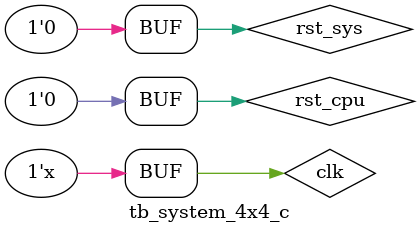
<source format=sv>
/* Copyright (c) 2012-2013 by the author(s)
 *
 * Permission is hereby granted, free of charge, to any person obtaining a copy
 * of this software and associated documentation files (the "Software"), to deal
 * in the Software without restriction, including without limitation the rights
 * to use, copy, modify, merge, publish, distribute, sublicense, and/or sell
 * copies of the Software, and to permit persons to whom the Software is
 * furnished to do so, subject to the following conditions:
 *
 * The above copyright notice and this permission notice shall be included in
 * all copies or substantial portions of the Software.
 *
 * THE SOFTWARE IS PROVIDED "AS IS", WITHOUT WARRANTY OF ANY KIND, EXPRESS OR
 * IMPLIED, INCLUDING BUT NOT LIMITED TO THE WARRANTIES OF MERCHANTABILITY,
 * FITNESS FOR A PARTICULAR PURPOSE AND NONINFRINGEMENT. IN NO EVENT SHALL THE
 * AUTHORS OR COPYRIGHT HOLDERS BE LIABLE FOR ANY CLAIM, DAMAGES OR OTHER
 * LIABILITY, WHETHER IN AN ACTION OF CONTRACT, TORT OR OTHERWISE, ARISING FROM,
 * OUT OF OR IN CONNECTION WITH THE SOFTWARE OR THE USE OR OTHER DEALINGS IN
 * THE SOFTWARE.
 *
 * =============================================================================
 *
 * A testbench for a 4x4 compute-tile-only distributed memory system
 *
 * All data coming from printf() calls ("simulated stdout") are written to
 * the file "stdout".
 * During the program run a full instruction trace is generated and saved
 * in the file "trace" if you set the parameter ENABLE_TRACE below.
 *
 * To run this simulation, build a software application (e.g. hello_simple) and
 * link the resulting .vmem file as ct.vmem into the folder containing this
 * file. All compute tiles will run the same software.
 *
 * Author(s):
 *   Stefan Wallentowitz <stefan.wallentowitz@tum.de>
 *   Philipp Wagner <philipp.wagner@tum.de>
 */

`include "timescale.v"

module tb_system_4x4_c();

   reg clk;
   reg rst_sys;
   reg rst_cpu;

   // compute tile parameters (used for all compute tiles)
   localparam MEM_FILE = "ct.vmem";
   localparam MEM_SIZE = 1*1024*1024; // 1 MByte

   // enable instruction trace output
   localparam ENABLE_TRACE = 0;

   system_4x4_c_dm
      #(.MEM_FILE(MEM_FILE),
        .MEM_SIZE(MEM_SIZE))
      u_system(.clk                      (clk),
               .rst_sys                  (rst_sys),
               .rst_cpu                  (rst_cpu));

   wire [15:0] termination;

   function [23:0] index2string;
      input [11:0] index;
      integer hundreds;
      integer tens;
      integer ones;
      begin
         hundreds = (index) / 100;
         tens = (index - (hundreds * 100)) / 10;
         ones = (index - (hundreds * 100) - (tens * 10));
         index2string[23:16] = hundreds + 8'd48;
         index2string[15:8] = tens + 8'd48;
         index2string[7:0] = ones + 8'd48;
      end
   endfunction

   genvar i;
   generate
      for (i=0; i<16; i=i+1) begin : gen_mon
         trace_monitor
            #(.ID                              (i),
              .ENABLE_TRACE                    (ENABLE_TRACE),
              .STDOUT_FILENAME                 ({"stdout.", index2string(i)}),
              .TRACEFILE_FILENAME              ({"trace.", index2string(i)}),
              .TERM_CROSS_NUM                  (16))
             u_mon(// Outputs
                   .termination                (termination[i]),
                   // Inputs
                   .clk                        (clk),
                   .enable                     (~u_system.gen_ct[i].u_ct.u_core0.u_cpu.or1200_cpu.or1200_except.wb_freeze),
                   .wb_pc                      (u_system.gen_ct[i].u_ct.u_core0.u_cpu.or1200_cpu.or1200_except.wb_pc),
                   .wb_insn                    (u_system.gen_ct[i].u_ct.u_core0.u_cpu.or1200_cpu.or1200_ctrl.wb_insn),
                   .r3                         (u_system.gen_ct[i].u_ct.u_core0.u_cpu.or1200_cpu.or1200_rf.rf_a.mem[3]),
                   .termination_all            (termination));
      end
   endgenerate

   initial begin
      clk = 1'b1;
      rst_sys = 1'b1;
      rst_cpu = 1'b1;
      #15;
      rst_sys = 1'b0;
      rst_cpu = 1'b0;
   end

   always clk = #1.25 ~clk;

endmodule

// Local Variables:
// verilog-library-directories:("." "../../../../src/rtl/*/verilog")
// verilog-auto-inst-param-value: t
// End:

</source>
